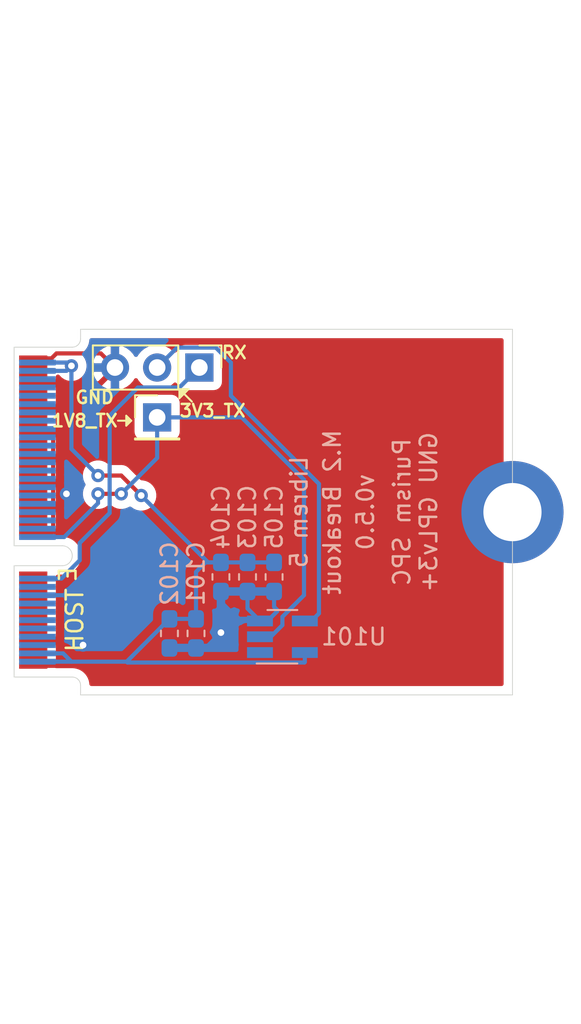
<source format=kicad_pcb>
(kicad_pcb (version 20171130) (host pcbnew 5.1.4-3.fc30)

  (general
    (thickness 0.8)
    (drawings 38)
    (tracks 125)
    (zones 0)
    (modules 10)
    (nets 57)
  )

  (page A4)
  (title_block
    (title "Librem 5 M.2 Breakout")
    (date 2019-12-03)
    (rev v0.5.0)
    (company "Purism SPC")
    (comment 1 "GNU GPLv3+")
  )

  (layers
    (0 F.Cu signal)
    (31 B.Cu signal)
    (32 B.Adhes user)
    (33 F.Adhes user)
    (34 B.Paste user)
    (35 F.Paste user)
    (36 B.SilkS user)
    (37 F.SilkS user)
    (38 B.Mask user)
    (39 F.Mask user)
    (40 Dwgs.User user)
    (41 Cmts.User user)
    (42 Eco1.User user hide)
    (43 Eco2.User user)
    (44 Edge.Cuts user)
    (45 Margin user)
    (46 B.CrtYd user)
    (47 F.CrtYd user)
    (48 B.Fab user hide)
    (49 F.Fab user hide)
  )

  (setup
    (last_trace_width 0.25)
    (user_trace_width 1)
    (trace_clearance 0.15)
    (zone_clearance 0.508)
    (zone_45_only no)
    (trace_min 0.2)
    (via_size 0.8)
    (via_drill 0.4)
    (via_min_size 0.4)
    (via_min_drill 0.3)
    (uvia_size 0.3)
    (uvia_drill 0.1)
    (uvias_allowed no)
    (uvia_min_size 0.2)
    (uvia_min_drill 0.1)
    (edge_width 0.05)
    (segment_width 0.3)
    (pcb_text_width 0.3)
    (pcb_text_size 1.5 1.5)
    (mod_edge_width 0.12)
    (mod_text_size 1 1)
    (mod_text_width 0.15)
    (pad_size 1.524 1.524)
    (pad_drill 0.762)
    (pad_to_mask_clearance 0.01)
    (solder_mask_min_width 0.25)
    (aux_axis_origin 0 0)
    (visible_elements FFFFFF7F)
    (pcbplotparams
      (layerselection 0x010f0_ffffffff)
      (usegerberextensions false)
      (usegerberattributes false)
      (usegerberadvancedattributes false)
      (creategerberjobfile false)
      (excludeedgelayer true)
      (linewidth 0.100000)
      (plotframeref false)
      (viasonmask false)
      (mode 1)
      (useauxorigin false)
      (hpglpennumber 1)
      (hpglpenspeed 20)
      (hpglpendiameter 15.000000)
      (psnegative false)
      (psa4output false)
      (plotreference true)
      (plotvalue true)
      (plotinvisibletext false)
      (padsonsilk false)
      (subtractmaskfromsilk false)
      (outputformat 1)
      (mirror false)
      (drillshape 0)
      (scaleselection 1)
      (outputdirectory "gerbers/"))
  )

  (net 0 "")
  (net 1 +3V3)
  (net 2 GND)
  (net 3 /USB_DP)
  (net 4 /USB_DN)
  (net 5 /SDIO_CLK)
  (net 6 /SDIO_CMD)
  (net 7 /~SDIO_WAKE)
  (net 8 /~SDIO_RST)
  (net 9 "Net-(J101-Pad35)")
  (net 10 "Net-(J101-Pad37)")
  (net 11 "Net-(J101-Pad41)")
  (net 12 "Net-(J101-Pad43)")
  (net 13 "Net-(J101-Pad47)")
  (net 14 "Net-(J101-Pad49)")
  (net 15 "Net-(J101-Pad53)")
  (net 16 "Net-(J101-Pad55)")
  (net 17 "Net-(J101-Pad59)")
  (net 18 "Net-(J101-Pad61)")
  (net 19 "Net-(J101-Pad65)")
  (net 20 "Net-(J101-Pad67)")
  (net 21 "Net-(J101-Pad71)")
  (net 22 "Net-(J101-Pad73)")
  (net 23 "Net-(J101-Pad6)")
  (net 24 /I2S_TXC)
  (net 25 /I2S_TXFS)
  (net 26 /BT_WAKE)
  (net 27 /SoC_UART_RX)
  (net 28 /SoC_UART_TX)
  (net 29 /UART_RTS)
  (net 30 /UART_CTS)
  (net 31 "Net-(J101-Pad38)")
  (net 32 "Net-(J101-Pad40)")
  (net 33 "Net-(J101-Pad42)")
  (net 34 "Net-(J101-Pad44)")
  (net 35 "Net-(J101-Pad46)")
  (net 36 "Net-(J101-Pad48)")
  (net 37 "Net-(J101-Pad50)")
  (net 38 "Net-(J101-Pad52)")
  (net 39 /BT_REG_ON)
  (net 40 /WIFI_REG_ON)
  (net 41 "Net-(J101-Pad58)")
  (net 42 "Net-(J101-Pad60)")
  (net 43 "Net-(J101-Pad62)")
  (net 44 "Net-(J101-Pad64)")
  (net 45 "Net-(J101-Pad66)")
  (net 46 "Net-(J101-Pad68)")
  (net 47 "Net-(J101-Pad70)")
  (net 48 "Net-(J101-Pad16)")
  (net 49 /SDIO_DATA0)
  (net 50 /SDIO_DATA1)
  (net 51 /SDIO_DATA2)
  (net 52 /I2S_RXD)
  (net 53 /I2S_TXD)
  (net 54 /SDIO_DATA3)
  (net 55 /SoC_UART_TX_3V3)
  (net 56 "Net-(U101-Pad1)")

  (net_class Default "This is the default net class."
    (clearance 0.15)
    (trace_width 0.25)
    (via_dia 0.8)
    (via_drill 0.4)
    (uvia_dia 0.3)
    (uvia_drill 0.1)
    (add_net +3V3)
    (add_net /BT_REG_ON)
    (add_net /BT_WAKE)
    (add_net /I2S_RXD)
    (add_net /I2S_TXC)
    (add_net /I2S_TXD)
    (add_net /I2S_TXFS)
    (add_net /SDIO_CLK)
    (add_net /SDIO_CMD)
    (add_net /SDIO_DATA0)
    (add_net /SDIO_DATA1)
    (add_net /SDIO_DATA2)
    (add_net /SDIO_DATA3)
    (add_net /SoC_UART_RX)
    (add_net /SoC_UART_TX)
    (add_net /SoC_UART_TX_3V3)
    (add_net /UART_CTS)
    (add_net /UART_RTS)
    (add_net /WIFI_REG_ON)
    (add_net /~SDIO_RST)
    (add_net /~SDIO_WAKE)
    (add_net GND)
    (add_net "Net-(J101-Pad16)")
    (add_net "Net-(J101-Pad35)")
    (add_net "Net-(J101-Pad37)")
    (add_net "Net-(J101-Pad38)")
    (add_net "Net-(J101-Pad40)")
    (add_net "Net-(J101-Pad41)")
    (add_net "Net-(J101-Pad42)")
    (add_net "Net-(J101-Pad43)")
    (add_net "Net-(J101-Pad44)")
    (add_net "Net-(J101-Pad46)")
    (add_net "Net-(J101-Pad47)")
    (add_net "Net-(J101-Pad48)")
    (add_net "Net-(J101-Pad49)")
    (add_net "Net-(J101-Pad50)")
    (add_net "Net-(J101-Pad52)")
    (add_net "Net-(J101-Pad53)")
    (add_net "Net-(J101-Pad55)")
    (add_net "Net-(J101-Pad58)")
    (add_net "Net-(J101-Pad59)")
    (add_net "Net-(J101-Pad6)")
    (add_net "Net-(J101-Pad60)")
    (add_net "Net-(J101-Pad61)")
    (add_net "Net-(J101-Pad62)")
    (add_net "Net-(J101-Pad64)")
    (add_net "Net-(J101-Pad65)")
    (add_net "Net-(J101-Pad66)")
    (add_net "Net-(J101-Pad67)")
    (add_net "Net-(J101-Pad68)")
    (add_net "Net-(J101-Pad70)")
    (add_net "Net-(J101-Pad71)")
    (add_net "Net-(J101-Pad73)")
    (add_net "Net-(U101-Pad1)")
  )

  (net_class USB ""
    (clearance 0.15)
    (trace_width 0.246)
    (via_dia 0.8)
    (via_drill 0.4)
    (uvia_dia 0.3)
    (uvia_drill 0.1)
    (add_net /USB_DN)
    (add_net /USB_DP)
  )

  (module Connector_PinHeader_2.54mm:PinHeader_1x03_P2.54mm_Vertical (layer F.Cu) (tedit 5DE5F3DB) (tstamp 5DE62019)
    (at 130 86.3 270)
    (descr "Through hole straight pin header, 1x03, 2.54mm pitch, single row")
    (tags "Through hole pin header THT 1x03 2.54mm single row")
    (path /5DE1380C)
    (fp_text reference J106 (at 0.7 7.1 90) (layer F.SilkS) hide
      (effects (font (size 1 1) (thickness 0.15)))
    )
    (fp_text value Conn_01x03 (at 0 7.41 270) (layer F.Fab)
      (effects (font (size 1 1) (thickness 0.15)))
    )
    (fp_line (start -0.635 -1.27) (end 1.27 -1.27) (layer F.Fab) (width 0.1))
    (fp_line (start 1.27 -1.27) (end 1.27 6.35) (layer F.Fab) (width 0.1))
    (fp_line (start 1.27 6.35) (end -1.27 6.35) (layer F.Fab) (width 0.1))
    (fp_line (start -1.27 6.35) (end -1.27 -0.635) (layer F.Fab) (width 0.1))
    (fp_line (start -1.27 -0.635) (end -0.635 -1.27) (layer F.Fab) (width 0.1))
    (fp_line (start -1.33 6.41) (end 1.33 6.41) (layer F.SilkS) (width 0.12))
    (fp_line (start -1.33 1.27) (end -1.33 6.41) (layer F.SilkS) (width 0.12))
    (fp_line (start 1.33 1.27) (end 1.33 6.41) (layer F.SilkS) (width 0.12))
    (fp_line (start -1.33 1.27) (end 1.33 1.27) (layer F.SilkS) (width 0.12))
    (fp_line (start -1.33 0) (end -1.33 -1.33) (layer F.SilkS) (width 0.12))
    (fp_line (start -1.33 -1.33) (end 0 -1.33) (layer F.SilkS) (width 0.12))
    (fp_line (start -1.8 -1.8) (end -1.8 6.85) (layer F.CrtYd) (width 0.05))
    (fp_line (start -1.8 6.85) (end 1.5 6.85) (layer F.CrtYd) (width 0.05))
    (fp_line (start 1.5 6.85) (end 1.5 -1.8) (layer F.CrtYd) (width 0.05))
    (fp_line (start 1.5 -1.8) (end -1.8 -1.8) (layer F.CrtYd) (width 0.05))
    (fp_text user %R (at 0 2.54) (layer F.Fab)
      (effects (font (size 1 1) (thickness 0.15)))
    )
    (pad 1 thru_hole rect (at 0 0 270) (size 1.7 1.7) (drill 1) (layers *.Cu *.Mask)
      (net 27 /SoC_UART_RX))
    (pad 2 thru_hole oval (at 0 2.54 270) (size 1.7 1.7) (drill 1) (layers *.Cu *.Mask)
      (net 55 /SoC_UART_TX_3V3))
    (pad 3 thru_hole oval (at 0 5.08 270) (size 1.7 1.7) (drill 1) (layers *.Cu *.Mask)
      (net 2 GND))
    (model ${KISYS3DMOD}/Connector_PinHeader_2.54mm.3dshapes/PinHeader_1x03_P2.54mm_Vertical.wrl
      (at (xyz 0 0 0))
      (scale (xyz 1 1 1))
      (rotate (xyz 0 0 0))
    )
  )

  (module Connector_PinHeader_2.54mm:PinHeader_1x01_P2.54mm_Vertical (layer F.Cu) (tedit 5DE5F3AF) (tstamp 5DE62005)
    (at 127.46 89.3)
    (descr "Through hole straight pin header, 1x01, 2.54mm pitch, single row")
    (tags "Through hole pin header THT 1x01 2.54mm single row")
    (path /5DE1B134)
    (fp_text reference J105 (at -3.16 0) (layer F.SilkS) hide
      (effects (font (size 1 1) (thickness 0.15)))
    )
    (fp_text value Conn_01x01 (at 0 2.33) (layer F.Fab)
      (effects (font (size 1 1) (thickness 0.15)))
    )
    (fp_line (start -0.635 -1.27) (end 1.27 -1.27) (layer F.Fab) (width 0.1))
    (fp_line (start 1.27 -1.27) (end 1.27 1.27) (layer F.Fab) (width 0.1))
    (fp_line (start 1.27 1.27) (end -1.27 1.27) (layer F.Fab) (width 0.1))
    (fp_line (start -1.27 1.27) (end -1.27 -0.635) (layer F.Fab) (width 0.1))
    (fp_line (start -1.27 -0.635) (end -0.635 -1.27) (layer F.Fab) (width 0.1))
    (fp_line (start -1.33 1.33) (end 1.33 1.33) (layer F.SilkS) (width 0.12))
    (fp_line (start -1.33 1.27) (end -1.33 1.33) (layer F.SilkS) (width 0.12))
    (fp_line (start 1.33 1.27) (end 1.33 1.33) (layer F.SilkS) (width 0.12))
    (fp_line (start -1.33 1.27) (end 1.33 1.27) (layer F.SilkS) (width 0.12))
    (fp_line (start -1.33 0) (end -1.33 -1.33) (layer F.SilkS) (width 0.12))
    (fp_line (start -1.33 -1.33) (end 0 -1.33) (layer F.SilkS) (width 0.12))
    (fp_line (start -1.8 -1.4) (end -1.8 1.8) (layer F.CrtYd) (width 0.05))
    (fp_line (start -1.8 1.8) (end 1.8 1.8) (layer F.CrtYd) (width 0.05))
    (fp_line (start 1.8 1.8) (end 1.8 -1.4) (layer F.CrtYd) (width 0.05))
    (fp_line (start 1.8 -1.4) (end -1.8 -1.4) (layer F.CrtYd) (width 0.05))
    (fp_text user %R (at 0 0 90) (layer F.Fab)
      (effects (font (size 1 1) (thickness 0.15)))
    )
    (pad 1 thru_hole rect (at 0 0) (size 1.7 1.7) (drill 1) (layers *.Cu *.Mask)
      (net 28 /SoC_UART_TX))
    (model ${KISYS3DMOD}/Connector_PinHeader_2.54mm.3dshapes/PinHeader_1x01_P2.54mm_Vertical.wrl
      (at (xyz 0 0 0))
      (scale (xyz 1 1 1))
      (rotate (xyz 0 0 0))
    )
  )

  (module Capacitor_SMD:C_0603_1608Metric_Pad1.05x0.95mm_HandSolder (layer B.Cu) (tedit 5B301BBE) (tstamp 5DE7137E)
    (at 129.8 102.3 90)
    (descr "Capacitor SMD 0603 (1608 Metric), square (rectangular) end terminal, IPC_7351 nominal with elongated pad for handsoldering. (Body size source: http://www.tortai-tech.com/upload/download/2011102023233369053.pdf), generated with kicad-footprint-generator")
    (tags "capacitor handsolder")
    (path /5DE017E5)
    (attr smd)
    (fp_text reference C101 (at 3.6 0 90) (layer B.SilkS)
      (effects (font (size 1 1) (thickness 0.15)) (justify mirror))
    )
    (fp_text value 1uF (at 0 -1.43 90) (layer B.Fab)
      (effects (font (size 1 1) (thickness 0.15)) (justify mirror))
    )
    (fp_text user %R (at 0 0 90) (layer B.Fab)
      (effects (font (size 0.4 0.4) (thickness 0.06)) (justify mirror))
    )
    (fp_line (start 1.65 -0.73) (end -1.65 -0.73) (layer B.CrtYd) (width 0.05))
    (fp_line (start 1.65 0.73) (end 1.65 -0.73) (layer B.CrtYd) (width 0.05))
    (fp_line (start -1.65 0.73) (end 1.65 0.73) (layer B.CrtYd) (width 0.05))
    (fp_line (start -1.65 -0.73) (end -1.65 0.73) (layer B.CrtYd) (width 0.05))
    (fp_line (start -0.171267 -0.51) (end 0.171267 -0.51) (layer B.SilkS) (width 0.12))
    (fp_line (start -0.171267 0.51) (end 0.171267 0.51) (layer B.SilkS) (width 0.12))
    (fp_line (start 0.8 -0.4) (end -0.8 -0.4) (layer B.Fab) (width 0.1))
    (fp_line (start 0.8 0.4) (end 0.8 -0.4) (layer B.Fab) (width 0.1))
    (fp_line (start -0.8 0.4) (end 0.8 0.4) (layer B.Fab) (width 0.1))
    (fp_line (start -0.8 -0.4) (end -0.8 0.4) (layer B.Fab) (width 0.1))
    (pad 2 smd roundrect (at 0.875 0 90) (size 1.05 0.95) (layers B.Cu B.Paste B.Mask) (roundrect_rratio 0.25)
      (net 1 +3V3))
    (pad 1 smd roundrect (at -0.875 0 90) (size 1.05 0.95) (layers B.Cu B.Paste B.Mask) (roundrect_rratio 0.25)
      (net 2 GND))
    (model ${KISYS3DMOD}/Capacitor_SMD.3dshapes/C_0603_1608Metric.wrl
      (at (xyz 0 0 0))
      (scale (xyz 1 1 1))
      (rotate (xyz 0 0 0))
    )
  )

  (module Capacitor_SMD:C_0603_1608Metric_Pad1.05x0.95mm_HandSolder (layer B.Cu) (tedit 5B301BBE) (tstamp 5DE5F545)
    (at 128.2 102.3 90)
    (descr "Capacitor SMD 0603 (1608 Metric), square (rectangular) end terminal, IPC_7351 nominal with elongated pad for handsoldering. (Body size source: http://www.tortai-tech.com/upload/download/2011102023233369053.pdf), generated with kicad-footprint-generator")
    (tags "capacitor handsolder")
    (path /5DDFB070)
    (attr smd)
    (fp_text reference C102 (at 3.6 0 90) (layer B.SilkS)
      (effects (font (size 1 1) (thickness 0.15)) (justify mirror))
    )
    (fp_text value 100nF (at 0 -1.43 90) (layer B.Fab)
      (effects (font (size 1 1) (thickness 0.15)) (justify mirror))
    )
    (fp_line (start -0.8 -0.4) (end -0.8 0.4) (layer B.Fab) (width 0.1))
    (fp_line (start -0.8 0.4) (end 0.8 0.4) (layer B.Fab) (width 0.1))
    (fp_line (start 0.8 0.4) (end 0.8 -0.4) (layer B.Fab) (width 0.1))
    (fp_line (start 0.8 -0.4) (end -0.8 -0.4) (layer B.Fab) (width 0.1))
    (fp_line (start -0.171267 0.51) (end 0.171267 0.51) (layer B.SilkS) (width 0.12))
    (fp_line (start -0.171267 -0.51) (end 0.171267 -0.51) (layer B.SilkS) (width 0.12))
    (fp_line (start -1.65 -0.73) (end -1.65 0.73) (layer B.CrtYd) (width 0.05))
    (fp_line (start -1.65 0.73) (end 1.65 0.73) (layer B.CrtYd) (width 0.05))
    (fp_line (start 1.65 0.73) (end 1.65 -0.73) (layer B.CrtYd) (width 0.05))
    (fp_line (start 1.65 -0.73) (end -1.65 -0.73) (layer B.CrtYd) (width 0.05))
    (fp_text user %R (at 0 0 90) (layer B.Fab)
      (effects (font (size 0.4 0.4) (thickness 0.06)) (justify mirror))
    )
    (pad 1 smd roundrect (at -0.875 0 90) (size 1.05 0.95) (layers B.Cu B.Paste B.Mask) (roundrect_rratio 0.25)
      (net 2 GND))
    (pad 2 smd roundrect (at 0.875 0 90) (size 1.05 0.95) (layers B.Cu B.Paste B.Mask) (roundrect_rratio 0.25)
      (net 1 +3V3))
    (model ${KISYS3DMOD}/Capacitor_SMD.3dshapes/C_0603_1608Metric.wrl
      (at (xyz 0 0 0))
      (scale (xyz 1 1 1))
      (rotate (xyz 0 0 0))
    )
  )

  (module Capacitor_SMD:C_0603_1608Metric_Pad1.05x0.95mm_HandSolder (layer B.Cu) (tedit 5B301BBE) (tstamp 5DE64175)
    (at 132.9 98.9 90)
    (descr "Capacitor SMD 0603 (1608 Metric), square (rectangular) end terminal, IPC_7351 nominal with elongated pad for handsoldering. (Body size source: http://www.tortai-tech.com/upload/download/2011102023233369053.pdf), generated with kicad-footprint-generator")
    (tags "capacitor handsolder")
    (path /5DE5DBF1)
    (attr smd)
    (fp_text reference C103 (at 3.6 0 90) (layer B.SilkS)
      (effects (font (size 1 1) (thickness 0.15)) (justify mirror))
    )
    (fp_text value 22uF (at 0 -1.43 90) (layer B.Fab)
      (effects (font (size 1 1) (thickness 0.15)) (justify mirror))
    )
    (fp_line (start -0.8 -0.4) (end -0.8 0.4) (layer B.Fab) (width 0.1))
    (fp_line (start -0.8 0.4) (end 0.8 0.4) (layer B.Fab) (width 0.1))
    (fp_line (start 0.8 0.4) (end 0.8 -0.4) (layer B.Fab) (width 0.1))
    (fp_line (start 0.8 -0.4) (end -0.8 -0.4) (layer B.Fab) (width 0.1))
    (fp_line (start -0.171267 0.51) (end 0.171267 0.51) (layer B.SilkS) (width 0.12))
    (fp_line (start -0.171267 -0.51) (end 0.171267 -0.51) (layer B.SilkS) (width 0.12))
    (fp_line (start -1.65 -0.73) (end -1.65 0.73) (layer B.CrtYd) (width 0.05))
    (fp_line (start -1.65 0.73) (end 1.65 0.73) (layer B.CrtYd) (width 0.05))
    (fp_line (start 1.65 0.73) (end 1.65 -0.73) (layer B.CrtYd) (width 0.05))
    (fp_line (start 1.65 -0.73) (end -1.65 -0.73) (layer B.CrtYd) (width 0.05))
    (fp_text user %R (at 0 0 90) (layer B.Fab)
      (effects (font (size 0.4 0.4) (thickness 0.06)) (justify mirror))
    )
    (pad 1 smd roundrect (at -0.875 0 90) (size 1.05 0.95) (layers B.Cu B.Paste B.Mask) (roundrect_rratio 0.25)
      (net 2 GND))
    (pad 2 smd roundrect (at 0.875 0 90) (size 1.05 0.95) (layers B.Cu B.Paste B.Mask) (roundrect_rratio 0.25)
      (net 1 +3V3))
    (model ${KISYS3DMOD}/Capacitor_SMD.3dshapes/C_0603_1608Metric.wrl
      (at (xyz 0 0 0))
      (scale (xyz 1 1 1))
      (rotate (xyz 0 0 0))
    )
  )

  (module Capacitor_SMD:C_0603_1608Metric_Pad1.05x0.95mm_HandSolder (layer B.Cu) (tedit 5B301BBE) (tstamp 5DE5F567)
    (at 131.3 98.9 90)
    (descr "Capacitor SMD 0603 (1608 Metric), square (rectangular) end terminal, IPC_7351 nominal with elongated pad for handsoldering. (Body size source: http://www.tortai-tech.com/upload/download/2011102023233369053.pdf), generated with kicad-footprint-generator")
    (tags "capacitor handsolder")
    (path /5DE5D814)
    (attr smd)
    (fp_text reference C104 (at 3.6 0 90) (layer B.SilkS)
      (effects (font (size 1 1) (thickness 0.15)) (justify mirror))
    )
    (fp_text value 22uF (at 0 -1.43 90) (layer B.Fab)
      (effects (font (size 1 1) (thickness 0.15)) (justify mirror))
    )
    (fp_line (start -0.8 -0.4) (end -0.8 0.4) (layer B.Fab) (width 0.1))
    (fp_line (start -0.8 0.4) (end 0.8 0.4) (layer B.Fab) (width 0.1))
    (fp_line (start 0.8 0.4) (end 0.8 -0.4) (layer B.Fab) (width 0.1))
    (fp_line (start 0.8 -0.4) (end -0.8 -0.4) (layer B.Fab) (width 0.1))
    (fp_line (start -0.171267 0.51) (end 0.171267 0.51) (layer B.SilkS) (width 0.12))
    (fp_line (start -0.171267 -0.51) (end 0.171267 -0.51) (layer B.SilkS) (width 0.12))
    (fp_line (start -1.65 -0.73) (end -1.65 0.73) (layer B.CrtYd) (width 0.05))
    (fp_line (start -1.65 0.73) (end 1.65 0.73) (layer B.CrtYd) (width 0.05))
    (fp_line (start 1.65 0.73) (end 1.65 -0.73) (layer B.CrtYd) (width 0.05))
    (fp_line (start 1.65 -0.73) (end -1.65 -0.73) (layer B.CrtYd) (width 0.05))
    (fp_text user %R (at 0 0 90) (layer B.Fab)
      (effects (font (size 0.4 0.4) (thickness 0.06)) (justify mirror))
    )
    (pad 1 smd roundrect (at -0.875 0 90) (size 1.05 0.95) (layers B.Cu B.Paste B.Mask) (roundrect_rratio 0.25)
      (net 2 GND))
    (pad 2 smd roundrect (at 0.875 0 90) (size 1.05 0.95) (layers B.Cu B.Paste B.Mask) (roundrect_rratio 0.25)
      (net 1 +3V3))
    (model ${KISYS3DMOD}/Capacitor_SMD.3dshapes/C_0603_1608Metric.wrl
      (at (xyz 0 0 0))
      (scale (xyz 1 1 1))
      (rotate (xyz 0 0 0))
    )
  )

  (module Capacitor_SMD:C_0603_1608Metric_Pad1.05x0.95mm_HandSolder (layer B.Cu) (tedit 5B301BBE) (tstamp 5DE5F578)
    (at 134.5 98.9 90)
    (descr "Capacitor SMD 0603 (1608 Metric), square (rectangular) end terminal, IPC_7351 nominal with elongated pad for handsoldering. (Body size source: http://www.tortai-tech.com/upload/download/2011102023233369053.pdf), generated with kicad-footprint-generator")
    (tags "capacitor handsolder")
    (path /5DE5D5DC)
    (attr smd)
    (fp_text reference C105 (at 3.6 0 90) (layer B.SilkS)
      (effects (font (size 1 1) (thickness 0.15)) (justify mirror))
    )
    (fp_text value 100nF (at 0 -1.43 90) (layer B.Fab)
      (effects (font (size 1 1) (thickness 0.15)) (justify mirror))
    )
    (fp_text user %R (at 0 0 90) (layer B.Fab)
      (effects (font (size 0.4 0.4) (thickness 0.06)) (justify mirror))
    )
    (fp_line (start 1.65 -0.73) (end -1.65 -0.73) (layer B.CrtYd) (width 0.05))
    (fp_line (start 1.65 0.73) (end 1.65 -0.73) (layer B.CrtYd) (width 0.05))
    (fp_line (start -1.65 0.73) (end 1.65 0.73) (layer B.CrtYd) (width 0.05))
    (fp_line (start -1.65 -0.73) (end -1.65 0.73) (layer B.CrtYd) (width 0.05))
    (fp_line (start -0.171267 -0.51) (end 0.171267 -0.51) (layer B.SilkS) (width 0.12))
    (fp_line (start -0.171267 0.51) (end 0.171267 0.51) (layer B.SilkS) (width 0.12))
    (fp_line (start 0.8 -0.4) (end -0.8 -0.4) (layer B.Fab) (width 0.1))
    (fp_line (start 0.8 0.4) (end 0.8 -0.4) (layer B.Fab) (width 0.1))
    (fp_line (start -0.8 0.4) (end 0.8 0.4) (layer B.Fab) (width 0.1))
    (fp_line (start -0.8 -0.4) (end -0.8 0.4) (layer B.Fab) (width 0.1))
    (pad 2 smd roundrect (at 0.875 0 90) (size 1.05 0.95) (layers B.Cu B.Paste B.Mask) (roundrect_rratio 0.25)
      (net 1 +3V3))
    (pad 1 smd roundrect (at -0.875 0 90) (size 1.05 0.95) (layers B.Cu B.Paste B.Mask) (roundrect_rratio 0.25)
      (net 2 GND))
    (model ${KISYS3DMOD}/Capacitor_SMD.3dshapes/C_0603_1608Metric.wrl
      (at (xyz 0 0 0))
      (scale (xyz 1 1 1))
      (rotate (xyz 0 0 0))
    )
  )

  (module librem5-m2-breakout:M.2_Mounting_Hole (layer F.Cu) (tedit 5AABE286) (tstamp 5DE5F582)
    (at 148.85 95 90)
    (descr "Mounting Hole 3.5mm")
    (tags "mounting hole 3.5mm")
    (path /5DF18025)
    (solder_mask_margin -1.25)
    (fp_text reference H101 (at 0 -4.5 90) (layer F.SilkS) hide
      (effects (font (size 1 1) (thickness 0.15)))
    )
    (fp_text value MountingHole_Pad (at 0 4.5 90) (layer F.Fab)
      (effects (font (size 1 1) (thickness 0.15)))
    )
    (fp_arc (start 0 0) (end -2.25 0) (angle 180) (layer F.Mask) (width 1))
    (fp_arc (start 0 -1) (end -2.375 -1) (angle 180) (layer B.Mask) (width 1.25))
    (fp_line (start -2.375 -1) (end -2.375 0) (layer B.Mask) (width 1.25))
    (fp_line (start 2.375 -1) (end 2.375 0) (layer B.Mask) (width 1.25))
    (fp_arc (start 0 0) (end -2.25 0) (angle 180) (layer B.Mask) (width 1))
    (pad 1 thru_hole circle (at 0 0 90) (size 6.15 6.15) (drill 3.5) (layers *.Cu *.Mask)
      (net 2 GND) (zone_connect 2))
  )

  (module librem5-m2-breakout:M.2_Key_E_Gold_Fingers (layer F.Cu) (tedit 5DE57D59) (tstamp 5DE5F5D3)
    (at 120 95 270)
    (path /5DDEC095)
    (solder_mask_margin 0.075)
    (fp_text reference J101 (at 0 -2.25 90) (layer F.SilkS) hide
      (effects (font (size 1 1) (thickness 0.15)))
    )
    (fp_text value M.2_Key_E (at 0 -4.5 90) (layer F.Fab)
      (effects (font (size 1 1) (thickness 0.15)))
    )
    (fp_text user "therefore: 1.7mm height top, 2.2mm height bot" (at 0 -6.5 90) (layer Eco1.User)
      (effects (font (size 1 1) (thickness 0.15)))
    )
    (fp_text user "Figure 15 - edge of PCB to close edge of pad 0.3 mm top & bot" (at 0 -8.5 90) (layer Eco1.User)
      (effects (font (size 1 1) (thickness 0.15)))
    )
    (fp_text user "          - agrees with figures 16 and 17" (at -9.25 -10.5 90) (layer Eco1.User)
      (effects (font (size 1 1) (thickness 0.15)))
    )
    (fp_text user "Figure 97 - edge of PCB to far edge of pad 2.0mm top 2.5mm bot" (at 0 -12 90) (layer Eco1.User)
      (effects (font (size 1 1) (thickness 0.15)))
    )
    (fp_text user "spacing: 0.15mm" (at 0 -15 90) (layer Eco1.User)
      (effects (font (size 1 1) (thickness 0.15)))
    )
    (fp_text user "pitch: 0.5mm" (at 0 -17 90) (layer Eco1.User)
      (effects (font (size 1 1) (thickness 0.15)))
    )
    (fp_text user "height: 1.7mm top (odd), 2.2mm height bot (even)" (at 0 -19 90) (layer Eco1.User)
      (effects (font (size 1 1) (thickness 0.15)))
    )
    (fp_text user "width: 0.35mm" (at 0 -21 90) (layer Eco1.User)
      (effects (font (size 1 1) (thickness 0.15)))
    )
    (fp_text user "Dimensions of pins:" (at 0 -23 90) (layer Eco1.User)
      (effects (font (size 1 1) (thickness 0.15)))
    )
    (fp_text user "Since the pin height isn't explicity given anywhere, it needed to be ascertained" (at 0 -25 90) (layer Eco1.User)
      (effects (font (size 1 1) (thickness 0.15)))
    )
    (pad 1 smd rect (at 9.25 0 180) (size 1.7 0.35) (layers F.Cu F.Mask)
      (net 2 GND))
    (pad 3 smd rect (at 8.75 0 180) (size 1.7 0.35) (layers F.Cu F.Mask)
      (net 3 /USB_DP))
    (pad 5 smd rect (at 8.25 0 180) (size 1.7 0.35) (layers F.Cu F.Mask)
      (net 4 /USB_DN))
    (pad 7 smd rect (at 7.75 0 180) (size 1.7 0.35) (layers F.Cu F.Mask)
      (net 2 GND))
    (pad 9 smd rect (at 7.25 0 180) (size 1.7 0.35) (layers F.Cu F.Mask)
      (net 5 /SDIO_CLK))
    (pad 11 smd rect (at 6.75 0 180) (size 1.7 0.35) (layers F.Cu F.Mask)
      (net 6 /SDIO_CMD))
    (pad 21 smd rect (at 4.25 0 180) (size 1.7 0.35) (layers F.Cu F.Mask)
      (net 7 /~SDIO_WAKE))
    (pad 23 smd rect (at 3.75 0 180) (size 1.7 0.35) (layers F.Cu F.Mask)
      (net 8 /~SDIO_RST))
    (pad 33 smd rect (at 1.25 0 180) (size 1.7 0.35) (layers F.Cu F.Mask)
      (net 2 GND))
    (pad 35 smd rect (at 0.75 0 180) (size 1.7 0.35) (layers F.Cu F.Mask)
      (net 9 "Net-(J101-Pad35)"))
    (pad 37 smd rect (at 0.25 0 180) (size 1.7 0.35) (layers F.Cu F.Mask)
      (net 10 "Net-(J101-Pad37)"))
    (pad 39 smd rect (at -0.25 0 180) (size 1.7 0.35) (layers F.Cu F.Mask)
      (net 2 GND))
    (pad 41 smd rect (at -0.75 0 180) (size 1.7 0.35) (layers F.Cu F.Mask)
      (net 11 "Net-(J101-Pad41)"))
    (pad 43 smd rect (at -1.25 0 180) (size 1.7 0.35) (layers F.Cu F.Mask)
      (net 12 "Net-(J101-Pad43)"))
    (pad 45 smd rect (at -1.75 0 180) (size 1.7 0.35) (layers F.Cu F.Mask)
      (net 2 GND))
    (pad 47 smd rect (at -2.25 0 180) (size 1.7 0.35) (layers F.Cu F.Mask)
      (net 13 "Net-(J101-Pad47)"))
    (pad 49 smd rect (at -2.75 0 180) (size 1.7 0.35) (layers F.Cu F.Mask)
      (net 14 "Net-(J101-Pad49)"))
    (pad 51 smd rect (at -3.25 0 180) (size 1.7 0.35) (layers F.Cu F.Mask)
      (net 2 GND))
    (pad 53 smd rect (at -3.75 0 180) (size 1.7 0.35) (layers F.Cu F.Mask)
      (net 15 "Net-(J101-Pad53)"))
    (pad 55 smd rect (at -4.25 0 180) (size 1.7 0.35) (layers F.Cu F.Mask)
      (net 16 "Net-(J101-Pad55)"))
    (pad 57 smd rect (at -4.75 0 180) (size 1.7 0.35) (layers F.Cu F.Mask)
      (net 2 GND))
    (pad 59 smd rect (at -5.25 0 180) (size 1.7 0.35) (layers F.Cu F.Mask)
      (net 17 "Net-(J101-Pad59)"))
    (pad 61 smd rect (at -5.75 0 180) (size 1.7 0.35) (layers F.Cu F.Mask)
      (net 18 "Net-(J101-Pad61)"))
    (pad 63 smd rect (at -6.25 0 180) (size 1.7 0.35) (layers F.Cu F.Mask)
      (net 2 GND))
    (pad 65 smd rect (at -6.75 0 180) (size 1.7 0.35) (layers F.Cu F.Mask)
      (net 19 "Net-(J101-Pad65)"))
    (pad 67 smd rect (at -7.25 0 180) (size 1.7 0.35) (layers F.Cu F.Mask)
      (net 20 "Net-(J101-Pad67)"))
    (pad 69 smd rect (at -7.75 0 180) (size 1.7 0.35) (layers F.Cu F.Mask)
      (net 2 GND))
    (pad 71 smd rect (at -8.25 0 180) (size 1.7 0.35) (layers F.Cu F.Mask)
      (net 21 "Net-(J101-Pad71)"))
    (pad 73 smd rect (at -8.75 0 180) (size 1.7 0.35) (layers F.Cu F.Mask)
      (net 22 "Net-(J101-Pad73)"))
    (pad 75 smd rect (at -9.25 0 180) (size 1.7 0.35) (layers F.Cu F.Mask)
      (net 2 GND))
    (pad 2 smd rect (at 9 -0.25 180) (size 2.2 0.35) (layers B.Cu B.Mask)
      (net 1 +3V3))
    (pad 4 smd rect (at 8.5 -0.25 180) (size 2.2 0.35) (layers B.Cu B.Mask)
      (net 1 +3V3))
    (pad 6 smd rect (at 8 -0.25 180) (size 2.2 0.35) (layers B.Cu B.Mask)
      (net 23 "Net-(J101-Pad6)"))
    (pad 8 smd rect (at 7.5 -0.25 180) (size 2.2 0.35) (layers B.Cu B.Mask)
      (net 24 /I2S_TXC))
    (pad 10 smd rect (at 7 -0.25 180) (size 2.2 0.35) (layers B.Cu B.Mask)
      (net 25 /I2S_TXFS))
    (pad 20 smd rect (at 4.5 -0.25 180) (size 2.2 0.35) (layers B.Cu B.Mask)
      (net 26 /BT_WAKE))
    (pad 22 smd rect (at 4 -0.25 180) (size 2.2 0.35) (layers B.Cu B.Mask)
      (net 27 /SoC_UART_RX))
    (pad 32 smd rect (at 1.5 -0.25 180) (size 2.2 0.35) (layers B.Cu B.Mask)
      (net 28 /SoC_UART_TX))
    (pad 34 smd rect (at 1 -0.25 180) (size 2.2 0.35) (layers B.Cu B.Mask)
      (net 29 /UART_RTS))
    (pad 36 smd rect (at 0.5 -0.25 180) (size 2.2 0.35) (layers B.Cu B.Mask)
      (net 30 /UART_CTS))
    (pad 38 smd rect (at 0 -0.25 180) (size 2.2 0.35) (layers B.Cu B.Mask)
      (net 31 "Net-(J101-Pad38)"))
    (pad 40 smd rect (at -0.5 -0.25 180) (size 2.2 0.35) (layers B.Cu B.Mask)
      (net 32 "Net-(J101-Pad40)"))
    (pad 42 smd rect (at -1 -0.25 180) (size 2.2 0.35) (layers B.Cu B.Mask)
      (net 33 "Net-(J101-Pad42)"))
    (pad 44 smd rect (at -1.5 -0.25 180) (size 2.2 0.35) (layers B.Cu B.Mask)
      (net 34 "Net-(J101-Pad44)"))
    (pad 46 smd rect (at -2 -0.25 180) (size 2.2 0.35) (layers B.Cu B.Mask)
      (net 35 "Net-(J101-Pad46)"))
    (pad 48 smd rect (at -2.5 -0.25 180) (size 2.2 0.35) (layers B.Cu B.Mask)
      (net 36 "Net-(J101-Pad48)"))
    (pad 50 smd rect (at -3 -0.25 180) (size 2.2 0.35) (layers B.Cu B.Mask)
      (net 37 "Net-(J101-Pad50)"))
    (pad 52 smd rect (at -3.5 -0.25 180) (size 2.2 0.35) (layers B.Cu B.Mask)
      (net 38 "Net-(J101-Pad52)"))
    (pad 54 smd rect (at -4 -0.25 180) (size 2.2 0.35) (layers B.Cu B.Mask)
      (net 39 /BT_REG_ON))
    (pad 56 smd rect (at -4.5 -0.25 180) (size 2.2 0.35) (layers B.Cu B.Mask)
      (net 40 /WIFI_REG_ON))
    (pad 58 smd rect (at -5 -0.25 180) (size 2.2 0.35) (layers B.Cu B.Mask)
      (net 41 "Net-(J101-Pad58)"))
    (pad 60 smd rect (at -5.5 -0.25 180) (size 2.2 0.35) (layers B.Cu B.Mask)
      (net 42 "Net-(J101-Pad60)"))
    (pad 62 smd rect (at -6 -0.25 180) (size 2.2 0.35) (layers B.Cu B.Mask)
      (net 43 "Net-(J101-Pad62)"))
    (pad 64 smd rect (at -6.5 -0.25 180) (size 2.2 0.35) (layers B.Cu B.Mask)
      (net 44 "Net-(J101-Pad64)"))
    (pad 66 smd rect (at -7 -0.25 180) (size 2.2 0.35) (layers B.Cu B.Mask)
      (net 45 "Net-(J101-Pad66)"))
    (pad 68 smd rect (at -7.5 -0.25 180) (size 2.2 0.35) (layers B.Cu B.Mask)
      (net 46 "Net-(J101-Pad68)"))
    (pad 70 smd rect (at -8 -0.25 180) (size 2.2 0.35) (layers B.Cu B.Mask)
      (net 47 "Net-(J101-Pad70)"))
    (pad 72 smd rect (at -8.5 -0.25 180) (size 2.2 0.35) (layers B.Cu B.Mask)
      (net 1 +3V3))
    (pad 74 smd rect (at -9 -0.25 180) (size 2.2 0.35) (layers B.Cu B.Mask)
      (net 1 +3V3))
    (pad 16 smd rect (at 5.5 -0.25 180) (size 2.2 0.35) (layers B.Cu B.Mask)
      (net 48 "Net-(J101-Pad16)"))
    (pad 13 smd rect (at 6.25 0 180) (size 1.7 0.35) (layers F.Cu F.Mask)
      (net 49 /SDIO_DATA0))
    (pad 15 smd rect (at 5.75 0 180) (size 1.7 0.35) (layers F.Cu F.Mask)
      (net 50 /SDIO_DATA1))
    (pad 17 smd rect (at 5.25 0 180) (size 1.7 0.35) (layers F.Cu F.Mask)
      (net 51 /SDIO_DATA2))
    (pad 12 smd rect (at 6.5 -0.25 180) (size 2.2 0.35) (layers B.Cu B.Mask)
      (net 52 /I2S_RXD))
    (pad 14 smd rect (at 6 -0.25 180) (size 2.2 0.35) (layers B.Cu B.Mask)
      (net 53 /I2S_TXD))
    (pad 19 smd rect (at 4.75 0 180) (size 1.7 0.35) (layers F.Cu F.Mask)
      (net 54 /SDIO_DATA3))
    (pad 18 smd rect (at 5 -0.25 180) (size 2.2 0.35) (layers B.Cu B.Mask)
      (net 2 GND))
  )

  (module Package_TO_SOT_SMD:SOT-23-5_HandSoldering (layer B.Cu) (tedit 5A0AB76C) (tstamp 5DE64432)
    (at 135 102.5)
    (descr "5-pin SOT23 package")
    (tags "SOT-23-5 hand-soldering")
    (path /5DE0887E)
    (attr smd)
    (fp_text reference U101 (at 4.3 0) (layer B.SilkS)
      (effects (font (size 1 1) (thickness 0.15)) (justify mirror))
    )
    (fp_text value SN74LV1T34DBV (at 0 -2.9) (layer B.Fab)
      (effects (font (size 1 1) (thickness 0.15)) (justify mirror))
    )
    (fp_text user %R (at 0 0 -90) (layer B.Fab)
      (effects (font (size 0.5 0.5) (thickness 0.075)) (justify mirror))
    )
    (fp_line (start -0.9 -1.61) (end 0.9 -1.61) (layer B.SilkS) (width 0.12))
    (fp_line (start 0.9 1.61) (end -1.55 1.61) (layer B.SilkS) (width 0.12))
    (fp_line (start -0.9 0.9) (end -0.25 1.55) (layer B.Fab) (width 0.1))
    (fp_line (start 0.9 1.55) (end -0.25 1.55) (layer B.Fab) (width 0.1))
    (fp_line (start -0.9 0.9) (end -0.9 -1.55) (layer B.Fab) (width 0.1))
    (fp_line (start 0.9 -1.55) (end -0.9 -1.55) (layer B.Fab) (width 0.1))
    (fp_line (start 0.9 1.55) (end 0.9 -1.55) (layer B.Fab) (width 0.1))
    (fp_line (start -2.38 1.8) (end 2.38 1.8) (layer B.CrtYd) (width 0.05))
    (fp_line (start -2.38 1.8) (end -2.38 -1.8) (layer B.CrtYd) (width 0.05))
    (fp_line (start 2.38 -1.8) (end 2.38 1.8) (layer B.CrtYd) (width 0.05))
    (fp_line (start 2.38 -1.8) (end -2.38 -1.8) (layer B.CrtYd) (width 0.05))
    (pad 1 smd rect (at -1.35 0.95) (size 1.56 0.65) (layers B.Cu B.Paste B.Mask)
      (net 56 "Net-(U101-Pad1)"))
    (pad 2 smd rect (at -1.35 0) (size 1.56 0.65) (layers B.Cu B.Paste B.Mask)
      (net 28 /SoC_UART_TX))
    (pad 3 smd rect (at -1.35 -0.95) (size 1.56 0.65) (layers B.Cu B.Paste B.Mask)
      (net 2 GND))
    (pad 4 smd rect (at 1.35 -0.95) (size 1.56 0.65) (layers B.Cu B.Paste B.Mask)
      (net 55 /SoC_UART_TX_3V3))
    (pad 5 smd rect (at 1.35 0.95) (size 1.56 0.65) (layers B.Cu B.Paste B.Mask)
      (net 1 +3V3))
    (model ${KISYS3DMOD}/Package_TO_SOT_SMD.3dshapes/SOT-23-5.wrl
      (at (xyz 0 0 0))
      (scale (xyz 1 1 1))
      (rotate (xyz 0 0 0))
    )
  )

  (gr_text "Librem 5" (at 136 95 90) (layer B.SilkS)
    (effects (font (size 1 1) (thickness 0.15)) (justify mirror))
  )
  (gr_text "M.2 Breakout" (at 138 95 90) (layer B.SilkS)
    (effects (font (size 1 1) (thickness 0.15)) (justify mirror))
  )
  (gr_text "Purism SPC\nGNU GPLv3+" (at 143 95 90) (layer B.SilkS)
    (effects (font (size 1 1) (thickness 0.15)) (justify mirror))
  )
  (gr_text v0.5.0 (at 140 95 90) (layer B.SilkS)
    (effects (font (size 1 1) (thickness 0.15)) (justify mirror))
  )
  (gr_text HOST (at 122.5 101.5 90) (layer F.SilkS)
    (effects (font (size 1 1) (thickness 0.15)))
  )
  (gr_line (start 125.9 89.5) (end 125.65 89.4) (layer F.SilkS) (width 0.12))
  (gr_line (start 125.9 89.5) (end 125.65 89.6) (layer F.SilkS) (width 0.12))
  (gr_line (start 125.6 89.8) (end 125.9 89.5) (layer F.SilkS) (width 0.12) (tstamp 5DE65689))
  (gr_line (start 125.6 89.2) (end 125.6 89.8) (layer F.SilkS) (width 0.12))
  (gr_line (start 125.9 89.5) (end 125.6 89.2) (layer F.SilkS) (width 0.12))
  (gr_line (start 125.1 89.5) (end 125.9 89.5) (layer F.SilkS) (width 0.12))
  (gr_line (start 129.15 87.8) (end 129.15 87.65) (layer F.SilkS) (width 0.12))
  (gr_line (start 129 87.65) (end 129.15 87.8) (layer F.SilkS) (width 0.12))
  (gr_line (start 128.9 88) (end 129 87.65) (layer F.SilkS) (width 0.12))
  (gr_line (start 128.85 87.65) (end 128.9 88) (layer F.SilkS) (width 0.12))
  (gr_line (start 129.35 87.6) (end 128.8 87.6) (layer F.SilkS) (width 0.12) (tstamp 5DE65447))
  (gr_line (start 128.8 88.15) (end 129.35 87.6) (layer F.SilkS) (width 0.12) (tstamp 5DE65444))
  (gr_line (start 128.8 87.6) (end 128.8 88.15) (layer F.SilkS) (width 0.12) (tstamp 5DE65441))
  (gr_line (start 129.55 88.35) (end 128.8 87.6) (layer F.SilkS) (width 0.12))
  (gr_text 3V3_TX (at 130.8 88.9) (layer F.SilkS)
    (effects (font (size 0.75 0.75) (thickness 0.15)))
  )
  (gr_text 1V8_TX (at 123.1 89.5) (layer F.SilkS)
    (effects (font (size 0.75 0.75) (thickness 0.15)))
  )
  (gr_text RX (at 132.1 85.4) (layer F.SilkS)
    (effects (font (size 0.75 0.75) (thickness 0.15)))
  )
  (gr_text GND (at 123.7 88.1) (layer F.SilkS)
    (effects (font (size 0.75 0.75) (thickness 0.15)))
  )
  (gr_line (start 118.85 98.225) (end 118.85 104.925) (layer Edge.Cuts) (width 0.05))
  (gr_arc (start 121.75 97.625) (end 121.75 97.025) (angle 180) (layer Edge.Cuts) (width 0.05))
  (gr_line (start 121.75 98.225) (end 118.85 98.225) (layer Edge.Cuts) (width 0.05))
  (gr_line (start 118.85 97.025) (end 121.75 97.025) (layer Edge.Cuts) (width 0.05))
  (gr_arc (start 122.35 105.425) (end 122.35 104.925) (angle 90) (layer Edge.Cuts) (width 0.05))
  (gr_arc (start 122.35 84.575) (end 122.85 84.575) (angle 90) (layer Edge.Cuts) (width 0.05))
  (gr_text E (at 122 98.75 270) (layer F.SilkS)
    (effects (font (size 1 1) (thickness 0.15)))
  )
  (gr_line (start 122.85 84.575) (end 122.85 84) (layer Edge.Cuts) (width 0.05) (tstamp 5DE5FE26))
  (gr_line (start 148.85 84) (end 122.85 84) (layer Edge.Cuts) (width 0.05))
  (gr_line (start 148.85 106) (end 148.85 84) (layer Edge.Cuts) (width 0.05))
  (gr_line (start 122.85 106) (end 148.85 106) (layer Edge.Cuts) (width 0.05))
  (gr_line (start 122.85 105.425) (end 122.85 106) (layer Edge.Cuts) (width 0.05))
  (gr_line (start 122.35 104.925) (end 118.85 104.925) (layer Edge.Cuts) (width 0.05))
  (gr_line (start 118.85 85.075) (end 118.85 97.025) (layer Edge.Cuts) (width 0.05))
  (gr_line (start 118.85 85.075) (end 122.35 85.075) (layer Edge.Cuts) (width 0.05))

  (segment (start 128.2 101.425) (end 129.8 101.425) (width 0.25) (layer B.Cu) (net 1))
  (segment (start 129.8 101.425) (end 129.8 98.6) (width 0.25) (layer B.Cu) (net 1))
  (segment (start 130.375 98.025) (end 131.3 98.025) (width 0.25) (layer B.Cu) (net 1))
  (segment (start 129.8 98.6) (end 130.375 98.025) (width 0.25) (layer B.Cu) (net 1))
  (segment (start 131.3 98.025) (end 132.9 98.025) (width 0.25) (layer B.Cu) (net 1))
  (segment (start 132.9 98.025) (end 134.5 98.025) (width 0.25) (layer B.Cu) (net 1))
  (segment (start 120.25 86.5) (end 122 86.5) (width 0.25) (layer B.Cu) (net 1))
  (segment (start 122 86.5) (end 122.3 86.2) (width 0.25) (layer B.Cu) (net 1))
  (via (at 122.3 86.2) (size 0.8) (drill 0.4) (layers F.Cu B.Cu) (net 1))
  (segment (start 120.25 86) (end 122.1 86) (width 0.25) (layer B.Cu) (net 1))
  (segment (start 122.1 86) (end 122.3 86.2) (width 0.25) (layer B.Cu) (net 1))
  (segment (start 122.3 104) (end 120.25 104) (width 0.25) (layer B.Cu) (net 1))
  (segment (start 121.8 103.5) (end 122.3 104) (width 0.25) (layer B.Cu) (net 1))
  (segment (start 120.25 103.5) (end 121.8 103.5) (width 0.25) (layer B.Cu) (net 1))
  (segment (start 125.625 104) (end 128.2 101.425) (width 0.25) (layer B.Cu) (net 1))
  (segment (start 136.324999 104.050001) (end 125.675001 104.050001) (width 0.25) (layer B.Cu) (net 1))
  (segment (start 136.35 104.025) (end 136.324999 104.050001) (width 0.25) (layer B.Cu) (net 1))
  (segment (start 136.35 103.45) (end 136.35 104.025) (width 0.25) (layer B.Cu) (net 1))
  (segment (start 125.625 104) (end 125.675001 104.050001) (width 0.25) (layer B.Cu) (net 1))
  (segment (start 122.3 104) (end 125.625 104) (width 0.25) (layer B.Cu) (net 1))
  (via (at 126.5 94) (size 0.8) (drill 0.4) (layers F.Cu B.Cu) (net 1))
  (via (at 123.9 92.8) (size 0.8) (drill 0.4) (layers F.Cu B.Cu) (net 1))
  (segment (start 122.3 91.2) (end 123.500001 92.400001) (width 0.25) (layer B.Cu) (net 1))
  (segment (start 125.3 92.8) (end 124.465685 92.8) (width 0.25) (layer F.Cu) (net 1))
  (segment (start 124.465685 92.8) (end 123.9 92.8) (width 0.25) (layer F.Cu) (net 1))
  (segment (start 126.5 94) (end 125.3 92.8) (width 0.25) (layer F.Cu) (net 1))
  (segment (start 123.500001 92.400001) (end 123.9 92.8) (width 0.25) (layer B.Cu) (net 1))
  (segment (start 122.3 86.2) (end 122.3 91.2) (width 0.25) (layer B.Cu) (net 1))
  (segment (start 130.525 98.025) (end 126.5 94) (width 0.25) (layer B.Cu) (net 1))
  (segment (start 131.3 98.025) (end 130.525 98.025) (width 0.25) (layer B.Cu) (net 1))
  (segment (start 123.97 87.25) (end 124.92 86.3) (width 0.25) (layer F.Cu) (net 2))
  (segment (start 120 87.25) (end 123.97 87.25) (width 0.25) (layer F.Cu) (net 2))
  (segment (start 122.47 88.75) (end 124.92 86.3) (width 0.25) (layer F.Cu) (net 2))
  (segment (start 120 88.75) (end 122.47 88.75) (width 0.25) (layer F.Cu) (net 2))
  (segment (start 124.92 86.43) (end 124.92 86.3) (width 0.25) (layer F.Cu) (net 2))
  (segment (start 120 90.25) (end 121.1 90.25) (width 0.25) (layer F.Cu) (net 2))
  (segment (start 124.070001 85.450001) (end 124.92 86.3) (width 0.25) (layer F.Cu) (net 2))
  (segment (start 121.399999 85.450001) (end 124.070001 85.450001) (width 0.25) (layer F.Cu) (net 2))
  (segment (start 120 85.75) (end 121.1 85.75) (width 0.25) (layer F.Cu) (net 2))
  (segment (start 121.1 85.75) (end 121.399999 85.450001) (width 0.25) (layer F.Cu) (net 2))
  (segment (start 121.19999 90.15001) (end 121.525 89.825) (width 0.25) (layer F.Cu) (net 2))
  (segment (start 120 91.75) (end 121.1 91.75) (width 0.25) (layer F.Cu) (net 2))
  (segment (start 121.1 91.75) (end 121.19999 91.65001) (width 0.25) (layer F.Cu) (net 2))
  (segment (start 121.525 89.825) (end 124.92 86.43) (width 0.25) (layer F.Cu) (net 2))
  (segment (start 121.1 90.25) (end 121.525 89.825) (width 0.25) (layer F.Cu) (net 2))
  (segment (start 120 93.25) (end 121.1 93.25) (width 0.25) (layer F.Cu) (net 2))
  (segment (start 121.1 93.25) (end 121.19999 93.15001) (width 0.25) (layer F.Cu) (net 2))
  (segment (start 121.19999 91.65001) (end 121.19999 91.40001) (width 0.25) (layer F.Cu) (net 2))
  (segment (start 121.19999 91.40001) (end 121.19999 90.15001) (width 0.25) (layer F.Cu) (net 2))
  (segment (start 121.1 94.75) (end 121.19999 94.65001) (width 0.25) (layer F.Cu) (net 2))
  (segment (start 120 94.75) (end 121.1 94.75) (width 0.25) (layer F.Cu) (net 2))
  (segment (start 121.19999 93.15001) (end 121.19999 92.90001) (width 0.25) (layer F.Cu) (net 2))
  (segment (start 121.19999 92.90001) (end 121.19999 91.40001) (width 0.25) (layer F.Cu) (net 2))
  (segment (start 120 96.25) (end 121.1 96.25) (width 0.25) (layer F.Cu) (net 2))
  (segment (start 121.1 96.25) (end 121.19999 96.15001) (width 0.25) (layer F.Cu) (net 2))
  (segment (start 121.19999 94.65001) (end 121.19999 94.50001) (width 0.25) (layer F.Cu) (net 2))
  (segment (start 121.19999 94.50001) (end 121.19999 92.90001) (width 0.25) (layer F.Cu) (net 2))
  (segment (start 121.19999 94.89999) (end 121.19999 94.50001) (width 0.25) (layer F.Cu) (net 2))
  (segment (start 121.19999 96.15001) (end 121.19999 94.89999) (width 0.25) (layer F.Cu) (net 2))
  (segment (start 129.8 103.175) (end 128.2 103.175) (width 0.25) (layer B.Cu) (net 2))
  (segment (start 134.5 99.775) (end 131.3 99.775) (width 0.25) (layer B.Cu) (net 2))
  (segment (start 132.9 100.8) (end 133.65 101.55) (width 0.25) (layer B.Cu) (net 2))
  (segment (start 132.9 99.775) (end 132.9 100.8) (width 0.25) (layer B.Cu) (net 2))
  (segment (start 134.105 101.55) (end 133.65 101.55) (width 0.25) (layer B.Cu) (net 2))
  (segment (start 134.68 100.88) (end 134.68 100.975) (width 0.25) (layer B.Cu) (net 2))
  (segment (start 134.68 100.975) (end 134.105 101.55) (width 0.25) (layer B.Cu) (net 2))
  (segment (start 134.5 100.7) (end 134.68 100.88) (width 0.25) (layer B.Cu) (net 2))
  (segment (start 134.5 99.775) (end 134.5 100.7) (width 0.25) (layer B.Cu) (net 2))
  (segment (start 132.62 101.55) (end 133.65 101.55) (width 0.25) (layer B.Cu) (net 2))
  (segment (start 132.45 101.55) (end 132.62 101.55) (width 0.25) (layer B.Cu) (net 2))
  (segment (start 131.3 100.4) (end 132.45 101.55) (width 0.25) (layer B.Cu) (net 2))
  (segment (start 131.3 99.775) (end 131.3 100.4) (width 0.25) (layer B.Cu) (net 2))
  (via (at 123 103.000016) (size 0.8) (drill 0.4) (layers F.Cu B.Cu) (net 2))
  (segment (start 120 102.75) (end 122.749984 102.75) (width 0.25) (layer F.Cu) (net 2))
  (segment (start 122.749984 102.75) (end 123 103.000016) (width 0.25) (layer F.Cu) (net 2))
  (segment (start 121.19999 94.70001) (end 122 93.9) (width 0.25) (layer F.Cu) (net 2))
  (via (at 122 93.9) (size 0.8) (drill 0.4) (layers F.Cu B.Cu) (net 2))
  (segment (start 121.19999 94.89999) (end 121.19999 94.70001) (width 0.25) (layer F.Cu) (net 2))
  (segment (start 130.375 103.175) (end 131.3 102.25) (width 0.25) (layer B.Cu) (net 2))
  (via (at 131.3 102.25) (size 0.8) (drill 0.4) (layers F.Cu B.Cu) (net 2))
  (segment (start 131.3 102.25) (end 131.3 100.4) (width 0.25) (layer B.Cu) (net 2))
  (segment (start 129.8 103.175) (end 130.375 103.175) (width 0.25) (layer B.Cu) (net 2))
  (segment (start 123.375 104.775) (end 124.045 104.775) (width 0.25) (layer F.Cu) (net 2))
  (segment (start 124.045 104.775) (end 125.22 104.775) (width 0.25) (layer F.Cu) (net 2))
  (segment (start 120 104.25) (end 122.85 104.25) (width 0.25) (layer F.Cu) (net 2))
  (segment (start 122.85 104.25) (end 123.375 104.775) (width 0.25) (layer F.Cu) (net 2))
  (segment (start 141.29999 102.25) (end 148.54999 95) (width 0.25) (layer F.Cu) (net 2))
  (segment (start 131.3 102.25) (end 141.29999 102.25) (width 0.25) (layer F.Cu) (net 2))
  (segment (start 120.25 100) (end 122.3 100) (width 0.25) (layer B.Cu) (net 2))
  (segment (start 123 100.7) (end 123 103.000016) (width 0.25) (layer B.Cu) (net 2))
  (segment (start 122.3 100) (end 123 100.7) (width 0.25) (layer B.Cu) (net 2))
  (segment (start 129 87.3) (end 130 86.3) (width 0.25) (layer B.Cu) (net 27))
  (segment (start 126.3 87.5) (end 128.8 87.5) (width 0.25) (layer B.Cu) (net 27))
  (segment (start 128.8 87.5) (end 129 87.3) (width 0.25) (layer B.Cu) (net 27))
  (segment (start 124.6 89.2) (end 126.3 87.5) (width 0.25) (layer B.Cu) (net 27))
  (segment (start 120.25 99) (end 121.7 99) (width 0.25) (layer B.Cu) (net 27))
  (segment (start 122.8 97.9) (end 122.8 96.857937) (width 0.25) (layer B.Cu) (net 27))
  (segment (start 121.7 99) (end 122.8 97.9) (width 0.25) (layer B.Cu) (net 27))
  (segment (start 122.8 96.857937) (end 124.6 95.057937) (width 0.25) (layer B.Cu) (net 27))
  (segment (start 124.6 95.057937) (end 124.6 89.2) (width 0.25) (layer B.Cu) (net 27))
  (segment (start 134.300002 102.5) (end 135 101.800002) (width 0.25) (layer B.Cu) (net 28))
  (segment (start 136.3 93.050498) (end 132.549502 89.3) (width 0.25) (layer B.Cu) (net 28))
  (segment (start 133.65 102.5) (end 134.300002 102.5) (width 0.25) (layer B.Cu) (net 28))
  (segment (start 135 101.800002) (end 135 101.3) (width 0.25) (layer B.Cu) (net 28))
  (segment (start 132.549502 89.3) (end 127.46 89.3) (width 0.25) (layer B.Cu) (net 28))
  (segment (start 135 101.3) (end 136.3 100) (width 0.25) (layer B.Cu) (net 28))
  (segment (start 136.3 100) (end 136.3 93.050498) (width 0.25) (layer B.Cu) (net 28))
  (segment (start 120.25 96.5) (end 121.865701 96.5) (width 0.25) (layer B.Cu) (net 28))
  (via (at 123.9 93.900016) (size 0.8) (drill 0.4) (layers F.Cu B.Cu) (net 28))
  (segment (start 125.3 93.9) (end 123.900016 93.9) (width 0.25) (layer F.Cu) (net 28))
  (segment (start 125.699999 93.500001) (end 125.3 93.9) (width 0.25) (layer B.Cu) (net 28))
  (segment (start 127.46 91.74) (end 125.699999 93.500001) (width 0.25) (layer B.Cu) (net 28))
  (segment (start 127.46 89.3) (end 127.46 91.74) (width 0.25) (layer B.Cu) (net 28))
  (via (at 125.3 93.9) (size 0.8) (drill 0.4) (layers F.Cu B.Cu) (net 28))
  (segment (start 123.9 94.465701) (end 123.9 93.900016) (width 0.25) (layer B.Cu) (net 28))
  (segment (start 121.865701 96.5) (end 123.9 94.465701) (width 0.25) (layer B.Cu) (net 28))
  (segment (start 123.900016 93.9) (end 123.9 93.900016) (width 0.25) (layer F.Cu) (net 28))
  (segment (start 137.2 93.3) (end 137.2 101.1) (width 0.25) (layer B.Cu) (net 55))
  (segment (start 128.66 85.1) (end 130.995002 85.1) (width 0.25) (layer B.Cu) (net 55))
  (segment (start 127.46 86.3) (end 128.66 85.1) (width 0.25) (layer B.Cu) (net 55))
  (segment (start 136.75 101.55) (end 136.35 101.55) (width 0.25) (layer B.Cu) (net 55))
  (segment (start 131.9 86.004998) (end 131.9 88) (width 0.25) (layer B.Cu) (net 55))
  (segment (start 130.995002 85.1) (end 131.9 86.004998) (width 0.25) (layer B.Cu) (net 55))
  (segment (start 137.2 101.1) (end 136.75 101.55) (width 0.25) (layer B.Cu) (net 55))
  (segment (start 131.9 88) (end 137.2 93.3) (width 0.25) (layer B.Cu) (net 55))

  (zone (net 0) (net_name "") (layer F.Mask) (tstamp 5DE99231) (hatch edge 0.508)
    (connect_pads (clearance 0.508))
    (min_thickness 0.254)
    (fill yes (arc_segments 32) (thermal_gap 0.508) (thermal_bridge_width 0.508))
    (polygon
      (pts
        (xy 120.925 104.925) (xy 120.925 98.225) (xy 118.85 98.225) (xy 118.85 104.925)
      )
    )
    (filled_polygon
      (pts
        (xy 120.798 104.798) (xy 118.977 104.798) (xy 118.977 98.352) (xy 120.798 98.352)
      )
    )
  )
  (zone (net 0) (net_name "") (layer F.Mask) (tstamp 5DE9922E) (hatch edge 0.508)
    (connect_pads (clearance 0.508))
    (min_thickness 0.254)
    (fill yes (arc_segments 32) (thermal_gap 0.508) (thermal_bridge_width 0.508))
    (polygon
      (pts
        (xy 120.925 85.075) (xy 120.925 97.025) (xy 118.85 97.025) (xy 118.85 85.075)
      )
    )
    (filled_polygon
      (pts
        (xy 120.798 96.898) (xy 118.977 96.898) (xy 118.977 85.202) (xy 120.798 85.202)
      )
    )
  )
  (zone (net 0) (net_name "") (layer B.Mask) (tstamp 5DE9922B) (hatch edge 0.508)
    (connect_pads (clearance 0.508))
    (min_thickness 0.254)
    (fill yes (arc_segments 32) (thermal_gap 0.508) (thermal_bridge_width 0.508))
    (polygon
      (pts
        (xy 121.425 85.075) (xy 121.425 97.025) (xy 118.85 97.025) (xy 118.85 85.075)
      )
    )
    (filled_polygon
      (pts
        (xy 121.298 96.898) (xy 118.977 96.898) (xy 118.977 85.202) (xy 121.298 85.202)
      )
    )
  )
  (zone (net 0) (net_name "") (layer B.Mask) (tstamp 5DE99228) (hatch edge 0.508)
    (connect_pads (clearance 0.508))
    (min_thickness 0.254)
    (fill yes (arc_segments 32) (thermal_gap 0.508) (thermal_bridge_width 0.508))
    (polygon
      (pts
        (xy 121.425 98.225) (xy 121.425 104.925) (xy 118.85 104.925) (xy 118.85 98.225)
      )
    )
    (filled_polygon
      (pts
        (xy 121.298 104.798) (xy 118.977 104.798) (xy 118.977 98.352) (xy 121.298 98.352)
      )
    )
  )
  (zone (net 2) (net_name GND) (layer F.Cu) (tstamp 5DE99225) (hatch edge 0.508)
    (connect_pads (clearance 0.508))
    (min_thickness 0.254)
    (fill yes (arc_segments 32) (thermal_gap 0.508) (thermal_bridge_width 0.508))
    (polygon
      (pts
        (xy 153 83) (xy 118 83) (xy 118 107) (xy 153 107)
      )
    )
    (filled_polygon
      (pts
        (xy 148.19 105.34) (xy 123.505057 105.34) (xy 123.501311 105.30436) (xy 123.50045 105.295617) (xy 123.500362 105.295325)
        (xy 123.496173 105.255473) (xy 123.48414 105.196854) (xy 123.472936 105.138116) (xy 123.470272 105.129294) (xy 123.441416 105.036075)
        (xy 123.418238 104.980937) (xy 123.395825 104.925463) (xy 123.391498 104.917327) (xy 123.345085 104.831489) (xy 123.311645 104.781913)
        (xy 123.278881 104.731844) (xy 123.273057 104.724703) (xy 123.210855 104.649514) (xy 123.168406 104.607361) (xy 123.126561 104.564629)
        (xy 123.11946 104.558755) (xy 123.043839 104.497079) (xy 122.994034 104.463988) (xy 122.94465 104.430174) (xy 122.936544 104.425792)
        (xy 122.850383 104.37998) (xy 122.795091 104.357191) (xy 122.740102 104.333622) (xy 122.731299 104.330897) (xy 122.637881 104.302692)
        (xy 122.579174 104.291067) (xy 122.520684 104.278635) (xy 122.51153 104.277673) (xy 122.511524 104.277672) (xy 122.511519 104.277672)
        (xy 122.414402 104.26815) (xy 122.382419 104.265) (xy 121.388284 104.265) (xy 121.439502 104.16918) (xy 121.474525 104.053725)
        (xy 121.485 104.04325) (xy 121.480514 104.001738) (xy 121.488072 103.925) (xy 121.488072 103.575) (xy 121.480685 103.5)
        (xy 121.488072 103.425) (xy 121.488072 103.075) (xy 121.480514 102.998262) (xy 121.485 102.95675) (xy 121.474525 102.946275)
        (xy 121.439502 102.83082) (xy 121.396302 102.75) (xy 121.439502 102.66918) (xy 121.474525 102.553725) (xy 121.485 102.54325)
        (xy 121.480514 102.501738) (xy 121.488072 102.425) (xy 121.488072 102.075) (xy 121.480685 102) (xy 121.488072 101.925)
        (xy 121.488072 101.575) (xy 121.480685 101.5) (xy 121.488072 101.425) (xy 121.488072 101.075) (xy 121.480685 101)
        (xy 121.488072 100.925) (xy 121.488072 100.575) (xy 121.480685 100.5) (xy 121.488072 100.425) (xy 121.488072 100.075)
        (xy 121.480685 100) (xy 121.488072 99.925) (xy 121.488072 99.575) (xy 121.480685 99.5) (xy 121.488072 99.425)
        (xy 121.488072 99.075) (xy 121.480685 99) (xy 121.488072 98.925) (xy 121.488072 98.885) (xy 121.782419 98.885)
        (xy 121.814991 98.881792) (xy 121.822782 98.881792) (xy 121.831947 98.880829) (xy 121.948317 98.867776) (xy 122.006834 98.855337)
        (xy 122.065512 98.843719) (xy 122.074315 98.840994) (xy 122.185933 98.805586) (xy 122.240904 98.782024) (xy 122.296216 98.759227)
        (xy 122.304322 98.754844) (xy 122.406937 98.698431) (xy 122.456298 98.664632) (xy 122.506118 98.631533) (xy 122.513218 98.625659)
        (xy 122.602922 98.550389) (xy 122.644767 98.507659) (xy 122.687223 98.465498) (xy 122.693047 98.458357) (xy 122.766422 98.367097)
        (xy 122.799178 98.317041) (xy 122.832629 98.267447) (xy 122.836955 98.25931) (xy 122.891206 98.155536) (xy 122.913608 98.100087)
        (xy 122.936794 98.044931) (xy 122.939457 98.036109) (xy 122.972519 97.923775) (xy 122.983724 97.865034) (xy 122.995757 97.806417)
        (xy 122.996656 97.797246) (xy 123.007269 97.680628) (xy 123.006851 97.620811) (xy 123.007269 97.560994) (xy 123.00637 97.551823)
        (xy 122.99413 97.435365) (xy 122.982098 97.376753) (xy 122.970893 97.318008) (xy 122.968229 97.309186) (xy 122.933602 97.197324)
        (xy 122.910416 97.142168) (xy 122.888014 97.086719) (xy 122.883688 97.078582) (xy 122.827993 96.975575) (xy 122.794557 96.926005)
        (xy 122.761785 96.875923) (xy 122.75596 96.868782) (xy 122.681318 96.778556) (xy 122.638884 96.736418) (xy 122.597022 96.693669)
        (xy 122.589921 96.687796) (xy 122.589918 96.687793) (xy 122.589914 96.687791) (xy 122.499176 96.613785) (xy 122.449376 96.580698)
        (xy 122.399993 96.546884) (xy 122.391891 96.542505) (xy 122.391887 96.542502) (xy 122.391883 96.5425) (xy 122.288493 96.487527)
        (xy 122.233234 96.464751) (xy 122.178205 96.441165) (xy 122.169402 96.438441) (xy 122.057301 96.404596) (xy 121.998628 96.392979)
        (xy 121.940111 96.38054) (xy 121.930946 96.379577) (xy 121.814405 96.36815) (xy 121.814402 96.36815) (xy 121.782419 96.365)
        (xy 121.39325 96.365) (xy 121.347725 96.319475) (xy 121.380537 96.279494) (xy 121.439502 96.16918) (xy 121.474525 96.053725)
        (xy 121.485 96.04325) (xy 121.480514 96.001738) (xy 121.488072 95.925) (xy 121.488072 95.575) (xy 121.480685 95.5)
        (xy 121.488072 95.425) (xy 121.488072 95.075) (xy 121.480514 94.998262) (xy 121.485 94.95675) (xy 121.474525 94.946275)
        (xy 121.439502 94.83082) (xy 121.396302 94.75) (xy 121.439502 94.66918) (xy 121.474525 94.553725) (xy 121.485 94.54325)
        (xy 121.480514 94.501738) (xy 121.488072 94.425) (xy 121.488072 94.075) (xy 121.480685 93.999999) (xy 121.488072 93.925)
        (xy 121.488072 93.575) (xy 121.480514 93.498262) (xy 121.485 93.45675) (xy 121.474525 93.446275) (xy 121.439502 93.33082)
        (xy 121.396302 93.25) (xy 121.439502 93.16918) (xy 121.474525 93.053725) (xy 121.485 93.04325) (xy 121.480514 93.001738)
        (xy 121.488072 92.925) (xy 121.488072 92.698061) (xy 122.865 92.698061) (xy 122.865 92.901939) (xy 122.904774 93.101898)
        (xy 122.982795 93.290256) (xy 123.02272 93.350008) (xy 122.982795 93.40976) (xy 122.904774 93.598118) (xy 122.865 93.798077)
        (xy 122.865 94.001955) (xy 122.904774 94.201914) (xy 122.982795 94.390272) (xy 123.096063 94.55979) (xy 123.240226 94.703953)
        (xy 123.409744 94.817221) (xy 123.598102 94.895242) (xy 123.798061 94.935016) (xy 124.001939 94.935016) (xy 124.201898 94.895242)
        (xy 124.390256 94.817221) (xy 124.559774 94.703953) (xy 124.600008 94.663719) (xy 124.640226 94.703937) (xy 124.809744 94.817205)
        (xy 124.998102 94.895226) (xy 125.198061 94.935) (xy 125.401939 94.935) (xy 125.601898 94.895226) (xy 125.790256 94.817205)
        (xy 125.828164 94.791875) (xy 125.840226 94.803937) (xy 126.009744 94.917205) (xy 126.198102 94.995226) (xy 126.398061 95.035)
        (xy 126.601939 95.035) (xy 126.801898 94.995226) (xy 126.990256 94.917205) (xy 127.159774 94.803937) (xy 127.303937 94.659774)
        (xy 127.417205 94.490256) (xy 127.495226 94.301898) (xy 127.535 94.101939) (xy 127.535 93.898061) (xy 127.495226 93.698102)
        (xy 127.417205 93.509744) (xy 127.303937 93.340226) (xy 127.159774 93.196063) (xy 126.990256 93.082795) (xy 126.801898 93.004774)
        (xy 126.601939 92.965) (xy 126.539802 92.965) (xy 125.863804 92.289003) (xy 125.840001 92.259999) (xy 125.724276 92.165026)
        (xy 125.592247 92.094454) (xy 125.448986 92.050997) (xy 125.337333 92.04) (xy 125.337322 92.04) (xy 125.3 92.036324)
        (xy 125.262678 92.04) (xy 124.603711 92.04) (xy 124.559774 91.996063) (xy 124.390256 91.882795) (xy 124.201898 91.804774)
        (xy 124.001939 91.765) (xy 123.798061 91.765) (xy 123.598102 91.804774) (xy 123.409744 91.882795) (xy 123.240226 91.996063)
        (xy 123.096063 92.140226) (xy 122.982795 92.309744) (xy 122.904774 92.498102) (xy 122.865 92.698061) (xy 121.488072 92.698061)
        (xy 121.488072 92.575) (xy 121.480685 92.5) (xy 121.488072 92.425) (xy 121.488072 92.075) (xy 121.480514 91.998262)
        (xy 121.485 91.95675) (xy 121.474525 91.946275) (xy 121.439502 91.83082) (xy 121.396302 91.75) (xy 121.439502 91.66918)
        (xy 121.474525 91.553725) (xy 121.485 91.54325) (xy 121.480514 91.501738) (xy 121.488072 91.425) (xy 121.488072 91.075)
        (xy 121.480685 91) (xy 121.488072 90.925) (xy 121.488072 90.575) (xy 121.480514 90.498262) (xy 121.485 90.45675)
        (xy 121.474525 90.446275) (xy 121.439502 90.33082) (xy 121.396302 90.25) (xy 121.439502 90.16918) (xy 121.474525 90.053725)
        (xy 121.485 90.04325) (xy 121.480514 90.001738) (xy 121.488072 89.925) (xy 121.488072 89.575) (xy 121.480685 89.5)
        (xy 121.488072 89.425) (xy 121.488072 89.075) (xy 121.480514 88.998262) (xy 121.485 88.95675) (xy 121.474525 88.946275)
        (xy 121.439502 88.83082) (xy 121.396302 88.75) (xy 121.439502 88.66918) (xy 121.474525 88.553725) (xy 121.485 88.54325)
        (xy 121.480514 88.501738) (xy 121.485609 88.45) (xy 125.971928 88.45) (xy 125.971928 90.15) (xy 125.984188 90.274482)
        (xy 126.020498 90.39418) (xy 126.079463 90.504494) (xy 126.158815 90.601185) (xy 126.255506 90.680537) (xy 126.36582 90.739502)
        (xy 126.485518 90.775812) (xy 126.61 90.788072) (xy 128.31 90.788072) (xy 128.434482 90.775812) (xy 128.55418 90.739502)
        (xy 128.664494 90.680537) (xy 128.761185 90.601185) (xy 128.840537 90.504494) (xy 128.899502 90.39418) (xy 128.935812 90.274482)
        (xy 128.948072 90.15) (xy 128.948072 88.45) (xy 128.935812 88.325518) (xy 128.899502 88.20582) (xy 128.840537 88.095506)
        (xy 128.761185 87.998815) (xy 128.664494 87.919463) (xy 128.55418 87.860498) (xy 128.434482 87.824188) (xy 128.31 87.811928)
        (xy 126.61 87.811928) (xy 126.485518 87.824188) (xy 126.36582 87.860498) (xy 126.255506 87.919463) (xy 126.158815 87.998815)
        (xy 126.079463 88.095506) (xy 126.020498 88.20582) (xy 125.984188 88.325518) (xy 125.971928 88.45) (xy 121.485609 88.45)
        (xy 121.488072 88.425) (xy 121.488072 88.075) (xy 121.480685 88) (xy 121.488072 87.925) (xy 121.488072 87.575)
        (xy 121.480514 87.498262) (xy 121.485 87.45675) (xy 121.474525 87.446275) (xy 121.439502 87.33082) (xy 121.396302 87.25)
        (xy 121.439502 87.16918) (xy 121.474525 87.053725) (xy 121.485 87.04325) (xy 121.480514 87.001738) (xy 121.488072 86.925)
        (xy 121.488072 86.847815) (xy 121.496063 86.859774) (xy 121.640226 87.003937) (xy 121.809744 87.117205) (xy 121.998102 87.195226)
        (xy 122.198061 87.235) (xy 122.401939 87.235) (xy 122.601898 87.195226) (xy 122.790256 87.117205) (xy 122.959774 87.003937)
        (xy 123.103937 86.859774) (xy 123.217205 86.690256) (xy 123.231025 86.656891) (xy 123.478519 86.656891) (xy 123.575843 86.931252)
        (xy 123.724822 87.181355) (xy 123.919731 87.397588) (xy 124.15308 87.571641) (xy 124.415901 87.696825) (xy 124.56311 87.741476)
        (xy 124.793 87.620155) (xy 124.793 86.427) (xy 123.599186 86.427) (xy 123.478519 86.656891) (xy 123.231025 86.656891)
        (xy 123.295226 86.501898) (xy 123.335 86.301939) (xy 123.335 86.098061) (xy 123.304179 85.943109) (xy 123.478519 85.943109)
        (xy 123.599186 86.173) (xy 124.793 86.173) (xy 124.793 84.979845) (xy 125.047 84.979845) (xy 125.047 86.173)
        (xy 125.067 86.173) (xy 125.067 86.427) (xy 125.047 86.427) (xy 125.047 87.620155) (xy 125.27689 87.741476)
        (xy 125.424099 87.696825) (xy 125.68692 87.571641) (xy 125.920269 87.397588) (xy 126.115178 87.181355) (xy 126.184799 87.064477)
        (xy 126.219294 87.129014) (xy 126.404866 87.355134) (xy 126.630986 87.540706) (xy 126.888966 87.678599) (xy 127.168889 87.763513)
        (xy 127.38705 87.785) (xy 127.53295 87.785) (xy 127.751111 87.763513) (xy 128.031034 87.678599) (xy 128.289014 87.540706)
        (xy 128.515134 87.355134) (xy 128.539607 87.325313) (xy 128.560498 87.39418) (xy 128.619463 87.504494) (xy 128.698815 87.601185)
        (xy 128.795506 87.680537) (xy 128.90582 87.739502) (xy 129.025518 87.775812) (xy 129.15 87.788072) (xy 130.85 87.788072)
        (xy 130.974482 87.775812) (xy 131.09418 87.739502) (xy 131.204494 87.680537) (xy 131.301185 87.601185) (xy 131.380537 87.504494)
        (xy 131.439502 87.39418) (xy 131.475812 87.274482) (xy 131.488072 87.15) (xy 131.488072 85.45) (xy 131.475812 85.325518)
        (xy 131.439502 85.20582) (xy 131.380537 85.095506) (xy 131.301185 84.998815) (xy 131.204494 84.919463) (xy 131.09418 84.860498)
        (xy 130.974482 84.824188) (xy 130.85 84.811928) (xy 129.15 84.811928) (xy 129.025518 84.824188) (xy 128.90582 84.860498)
        (xy 128.795506 84.919463) (xy 128.698815 84.998815) (xy 128.619463 85.095506) (xy 128.560498 85.20582) (xy 128.539607 85.274687)
        (xy 128.515134 85.244866) (xy 128.289014 85.059294) (xy 128.031034 84.921401) (xy 127.751111 84.836487) (xy 127.53295 84.815)
        (xy 127.38705 84.815) (xy 127.168889 84.836487) (xy 126.888966 84.921401) (xy 126.630986 85.059294) (xy 126.404866 85.244866)
        (xy 126.219294 85.470986) (xy 126.184799 85.535523) (xy 126.115178 85.418645) (xy 125.920269 85.202412) (xy 125.68692 85.028359)
        (xy 125.424099 84.903175) (xy 125.27689 84.858524) (xy 125.047 84.979845) (xy 124.793 84.979845) (xy 124.56311 84.858524)
        (xy 124.415901 84.903175) (xy 124.15308 85.028359) (xy 123.919731 85.202412) (xy 123.724822 85.418645) (xy 123.575843 85.668748)
        (xy 123.478519 85.943109) (xy 123.304179 85.943109) (xy 123.295226 85.898102) (xy 123.217205 85.709744) (xy 123.103937 85.540226)
        (xy 123.056575 85.492864) (xy 123.125486 85.435855) (xy 123.167639 85.393406) (xy 123.210371 85.351561) (xy 123.216245 85.34446)
        (xy 123.277921 85.26884) (xy 123.311052 85.218975) (xy 123.344825 85.16965) (xy 123.349208 85.161544) (xy 123.39502 85.075383)
        (xy 123.417809 85.020091) (xy 123.441378 84.965102) (xy 123.444103 84.956299) (xy 123.472308 84.862881) (xy 123.483933 84.804174)
        (xy 123.496365 84.745684) (xy 123.497327 84.73653) (xy 123.497328 84.736524) (xy 123.497328 84.736519) (xy 123.50483 84.66)
        (xy 148.190001 84.66)
      )
    )
  )
  (zone (net 2) (net_name GND) (layer B.Cu) (tstamp 5DE99222) (hatch edge 0.508)
    (connect_pads (clearance 0.508))
    (min_thickness 0.254)
    (fill yes (arc_segments 32) (thermal_gap 0.508) (thermal_bridge_width 0.508))
    (polygon
      (pts
        (xy 153 83) (xy 118 83) (xy 118 107) (xy 153 107)
      )
    )
    (filled_polygon
      (pts
        (xy 131.427 99.648) (xy 132.773 99.648) (xy 132.773 99.628) (xy 133.027 99.628) (xy 133.027 99.648)
        (xy 134.373 99.648) (xy 134.373 99.628) (xy 134.627 99.628) (xy 134.627 99.648) (xy 134.647 99.648)
        (xy 134.647 99.902) (xy 134.627 99.902) (xy 134.627 99.922) (xy 134.373 99.922) (xy 134.373 99.902)
        (xy 133.027 99.902) (xy 133.027 99.922) (xy 132.773 99.922) (xy 132.773 99.902) (xy 131.427 99.902)
        (xy 131.427 100.77625) (xy 131.58575 100.935) (xy 131.775 100.938072) (xy 131.899482 100.925812) (xy 132.01918 100.889502)
        (xy 132.1 100.846302) (xy 132.18082 100.889502) (xy 132.300518 100.925812) (xy 132.309432 100.92669) (xy 132.280498 100.98082)
        (xy 132.244188 101.100518) (xy 132.231928 101.225) (xy 132.235 101.26425) (xy 132.39375 101.423) (xy 133.523 101.423)
        (xy 133.523 101.403) (xy 133.777 101.403) (xy 133.777 101.423) (xy 133.797 101.423) (xy 133.797 101.536928)
        (xy 132.87 101.536928) (xy 132.745518 101.549188) (xy 132.62582 101.585498) (xy 132.515506 101.644463) (xy 132.475859 101.677)
        (xy 132.39375 101.677) (xy 132.235 101.83575) (xy 132.231928 101.875) (xy 132.244188 101.999482) (xy 132.251929 102.025)
        (xy 132.244188 102.050518) (xy 132.231928 102.175) (xy 132.231928 102.825) (xy 132.244188 102.949482) (xy 132.251929 102.975)
        (xy 132.244188 103.000518) (xy 132.231928 103.125) (xy 132.231928 103.290001) (xy 128.053 103.290001) (xy 128.053 103.048)
        (xy 128.073 103.048) (xy 128.073 103.028) (xy 128.327 103.028) (xy 128.327 103.048) (xy 129.673 103.048)
        (xy 129.673 103.028) (xy 129.927 103.028) (xy 129.927 103.048) (xy 130.75125 103.048) (xy 130.91 102.88925)
        (xy 130.913072 102.65) (xy 130.900812 102.525518) (xy 130.864502 102.40582) (xy 130.805537 102.295506) (xy 130.745901 102.222839)
        (xy 130.765512 102.198942) (xy 130.846423 102.047567) (xy 130.896248 101.883316) (xy 130.913072 101.7125) (xy 130.913072 101.1375)
        (xy 130.896248 100.966684) (xy 130.887262 100.937061) (xy 131.01425 100.935) (xy 131.173 100.77625) (xy 131.173 99.902)
        (xy 131.153 99.902) (xy 131.153 99.648) (xy 131.173 99.648) (xy 131.173 99.628) (xy 131.427 99.628)
      )
    )
    (filled_polygon
      (pts
        (xy 125.840226 94.803937) (xy 126.009744 94.917205) (xy 126.198102 94.995226) (xy 126.398061 95.035) (xy 126.460199 95.035)
        (xy 129.375198 97.95) (xy 129.288998 98.036201) (xy 129.26 98.059999) (xy 129.236202 98.088997) (xy 129.236201 98.088998)
        (xy 129.165026 98.175724) (xy 129.094454 98.307754) (xy 129.074288 98.374235) (xy 129.050998 98.451014) (xy 129.043632 98.525805)
        (xy 129.036324 98.6) (xy 129.040001 98.637332) (xy 129.04 100.43908) (xy 129 100.471907) (xy 128.923942 100.409488)
        (xy 128.772567 100.328577) (xy 128.608316 100.278752) (xy 128.4375 100.261928) (xy 127.9625 100.261928) (xy 127.791684 100.278752)
        (xy 127.627433 100.328577) (xy 127.476058 100.409488) (xy 127.343377 100.518377) (xy 127.234488 100.651058) (xy 127.153577 100.802433)
        (xy 127.103752 100.966684) (xy 127.086928 101.1375) (xy 127.086928 101.46327) (xy 125.310199 103.24) (xy 122.614801 103.24)
        (xy 122.363804 102.989003) (xy 122.340001 102.959999) (xy 122.224276 102.865026) (xy 122.092247 102.794454) (xy 121.981763 102.76094)
        (xy 121.980685 102.75) (xy 121.988072 102.675) (xy 121.988072 102.325) (xy 121.980685 102.25) (xy 121.988072 102.175)
        (xy 121.988072 101.825) (xy 121.980685 101.75) (xy 121.988072 101.675) (xy 121.988072 101.325) (xy 121.980685 101.25)
        (xy 121.988072 101.175) (xy 121.988072 100.825) (xy 121.980685 100.75) (xy 121.988072 100.675) (xy 121.988072 100.325)
        (xy 121.980545 100.248577) (xy 121.985 100.20675) (xy 121.974525 100.196275) (xy 121.939502 100.08082) (xy 121.896302 100)
        (xy 121.939502 99.91918) (xy 121.974525 99.803725) (xy 121.985 99.79325) (xy 121.980545 99.751423) (xy 121.984842 99.707792)
        (xy 121.992247 99.705546) (xy 122.124276 99.634974) (xy 122.240001 99.540001) (xy 122.263804 99.510998) (xy 123.311004 98.463798)
        (xy 123.340001 98.440001) (xy 123.393974 98.374235) (xy 123.434974 98.324277) (xy 123.505546 98.192247) (xy 123.515895 98.15813)
        (xy 123.549003 98.048986) (xy 123.56 97.937333) (xy 123.56 97.937323) (xy 123.563676 97.9) (xy 123.56 97.862677)
        (xy 123.56 97.172738) (xy 125.111009 95.621731) (xy 125.140001 95.597938) (xy 125.163795 95.568945) (xy 125.163799 95.568941)
        (xy 125.234973 95.482214) (xy 125.234974 95.482213) (xy 125.305546 95.350184) (xy 125.349003 95.206923) (xy 125.36 95.09527)
        (xy 125.36 95.095261) (xy 125.363676 95.057938) (xy 125.36 95.020615) (xy 125.36 94.935) (xy 125.401939 94.935)
        (xy 125.601898 94.895226) (xy 125.790256 94.817205) (xy 125.828164 94.791875)
      )
    )
    (filled_polygon
      (pts
        (xy 122.865 92.839802) (xy 122.865 92.901939) (xy 122.904774 93.101898) (xy 122.982795 93.290256) (xy 123.02272 93.350008)
        (xy 122.982795 93.40976) (xy 122.904774 93.598118) (xy 122.865 93.798077) (xy 122.865 94.001955) (xy 122.904774 94.201914)
        (xy 122.958728 94.332171) (xy 121.986084 95.304816) (xy 121.980685 95.25) (xy 121.988072 95.175) (xy 121.988072 94.825)
        (xy 121.980685 94.75) (xy 121.988072 94.675) (xy 121.988072 94.325) (xy 121.980685 94.25) (xy 121.988072 94.175)
        (xy 121.988072 93.825) (xy 121.980685 93.75) (xy 121.988072 93.675) (xy 121.988072 93.325) (xy 121.980685 93.25)
        (xy 121.988072 93.175) (xy 121.988072 92.825) (xy 121.980685 92.75) (xy 121.988072 92.675) (xy 121.988072 92.325)
        (xy 121.980685 92.25) (xy 121.988072 92.175) (xy 121.988072 91.962873)
      )
    )
    (filled_polygon
      (pts
        (xy 127.825995 84.859203) (xy 127.751111 84.836487) (xy 127.53295 84.815) (xy 127.38705 84.815) (xy 127.168889 84.836487)
        (xy 126.888966 84.921401) (xy 126.630986 85.059294) (xy 126.404866 85.244866) (xy 126.219294 85.470986) (xy 126.184799 85.535523)
        (xy 126.115178 85.418645) (xy 125.920269 85.202412) (xy 125.68692 85.028359) (xy 125.424099 84.903175) (xy 125.27689 84.858524)
        (xy 125.047 84.979845) (xy 125.047 86.173) (xy 125.067 86.173) (xy 125.067 86.427) (xy 125.047 86.427)
        (xy 125.047 87.620155) (xy 125.084993 87.640205) (xy 124.088998 88.636201) (xy 124.06 88.659999) (xy 124.036202 88.688997)
        (xy 124.036201 88.688998) (xy 123.965026 88.775724) (xy 123.894454 88.907754) (xy 123.850998 89.051015) (xy 123.836324 89.2)
        (xy 123.840001 89.237332) (xy 123.840001 91.665199) (xy 123.06 90.885199) (xy 123.06 86.903711) (xy 123.103937 86.859774)
        (xy 123.217205 86.690256) (xy 123.231025 86.656891) (xy 123.478519 86.656891) (xy 123.575843 86.931252) (xy 123.724822 87.181355)
        (xy 123.919731 87.397588) (xy 124.15308 87.571641) (xy 124.415901 87.696825) (xy 124.56311 87.741476) (xy 124.793 87.620155)
        (xy 124.793 86.427) (xy 123.599186 86.427) (xy 123.478519 86.656891) (xy 123.231025 86.656891) (xy 123.295226 86.501898)
        (xy 123.335 86.301939) (xy 123.335 86.098061) (xy 123.304179 85.943109) (xy 123.478519 85.943109) (xy 123.599186 86.173)
        (xy 124.793 86.173) (xy 124.793 84.979845) (xy 124.56311 84.858524) (xy 124.415901 84.903175) (xy 124.15308 85.028359)
        (xy 123.919731 85.202412) (xy 123.724822 85.418645) (xy 123.575843 85.668748) (xy 123.478519 85.943109) (xy 123.304179 85.943109)
        (xy 123.295226 85.898102) (xy 123.217205 85.709744) (xy 123.103937 85.540226) (xy 123.056575 85.492864) (xy 123.125486 85.435855)
        (xy 123.167639 85.393406) (xy 123.210371 85.351561) (xy 123.216245 85.34446) (xy 123.277921 85.26884) (xy 123.311052 85.218975)
        (xy 123.344825 85.16965) (xy 123.349208 85.161544) (xy 123.39502 85.075383) (xy 123.417809 85.020091) (xy 123.441378 84.965102)
        (xy 123.444103 84.956299) (xy 123.472308 84.862881) (xy 123.483933 84.804174) (xy 123.496365 84.745684) (xy 123.497327 84.73653)
        (xy 123.497328 84.736524) (xy 123.497328 84.736519) (xy 123.50483 84.66) (xy 128.025198 84.66)
      )
    )
  )
)

</source>
